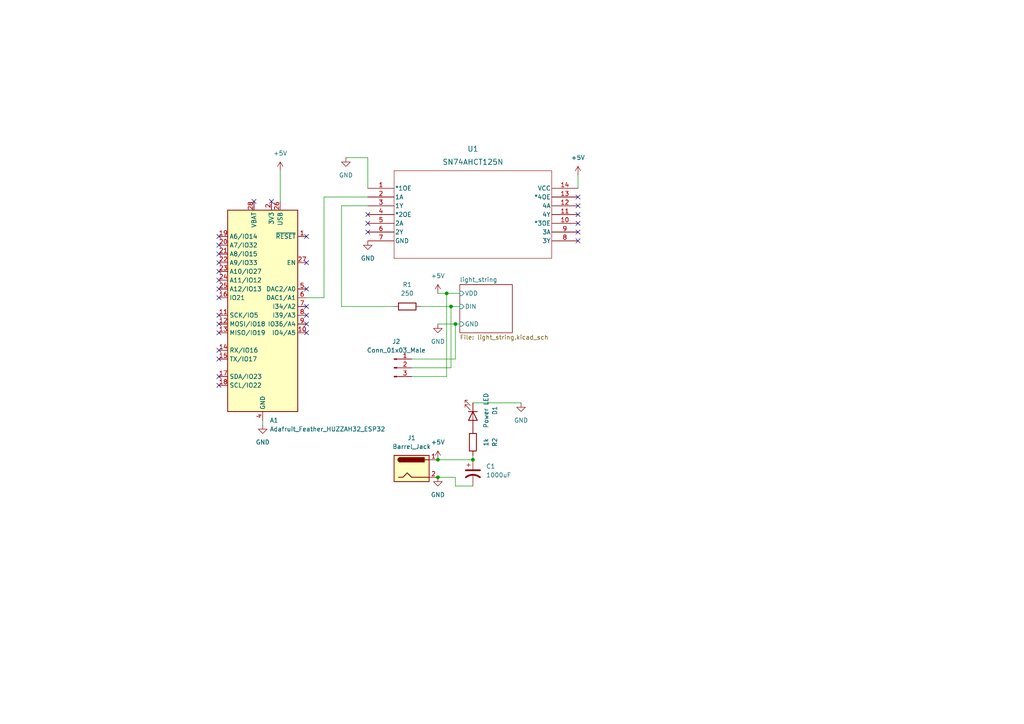
<source format=kicad_sch>
(kicad_sch (version 20211123) (generator eeschema)
  (paper "A4")
  (lib_symbols
    (symbol "74ahct125n:SN74AHCT125N" (pin_names (offset 0.254))
      (property "Reference" "U" (at 30.48 10.16 0))
      (property "Value" "SN74AHCT125N" (at 30.48 7.62 0))
      (symbol "SN74AHCT125N_0_1"
        (polyline (pts (xy 7.62 -20.32) (xy 53.34 -20.32)) (stroke (width 0.127)))
        (polyline (pts (xy 7.62 5.08) (xy 7.62 -20.32)) (stroke (width 0.127)))
        (polyline (pts (xy 53.34 -20.32) (xy 53.34 5.08)) (stroke (width 0.127)))
        (polyline (pts (xy 53.34 5.08) (xy 7.62 5.08)) (stroke (width 0.127)))
        (pin input line (at 0 0 0) (length 7.62) (name "*1OE") (number "1"))
        (pin input line (at 60.96 -10.16 180) (length 7.62) (name "*3OE") (number "10"))
        (pin unspecified line (at 60.96 -7.62 180) (length 7.62) (name "4Y") (number "11"))
        (pin input line (at 60.96 -5.08 180) (length 7.62) (name "4A") (number "12"))
        (pin input line (at 60.96 -2.54 180) (length 7.62) (name "*4OE") (number "13"))
        (pin power_in line (at 60.96 0 180) (length 7.62) (name "VCC") (number "14"))
        (pin input line (at 0 -2.54 0) (length 7.62) (name "1A") (number "2"))
        (pin unspecified line (at 0 -5.08 0) (length 7.62) (name "1Y") (number "3"))
        (pin input line (at 0 -7.62 0) (length 7.62) (name "*2OE") (number "4"))
        (pin input line (at 0 -10.16 0) (length 7.62) (name "2A") (number "5"))
        (pin unspecified line (at 0 -12.7 0) (length 7.62) (name "2Y") (number "6"))
        (pin power_in line (at 0 -15.24 0) (length 7.62) (name "GND") (number "7"))
        (pin unspecified line (at 60.96 -15.24 180) (length 7.62) (name "3Y") (number "8"))
        (pin input line (at 60.96 -12.7 180) (length 7.62) (name "3A") (number "9"))
      )
    )
    (symbol "Connector:Barrel_Jack" (pin_names (offset 1.016))
      (property "Reference" "J" (at 0 5.334 0))
      (property "Value" "Barrel_Jack" (at 0 -5.08 0))
      (symbol "Barrel_Jack_0_1"
        (rectangle (start -5.08 3.81) (end 5.08 -3.81) (stroke (width 0.254)) (fill (type background)))
        (arc (start -3.302 3.175) (mid -3.937 2.54) (end -3.302 1.905) (stroke (width 0.254)))
        (arc (start -3.302 3.175) (mid -3.937 2.54) (end -3.302 1.905) (stroke (width 0.254)) (fill (type outline)))
        (polyline (pts (xy 5.08 2.54) (xy 3.81 2.54)) (stroke (width 0.254)))
        (polyline (pts (xy -3.81 -2.54) (xy -2.54 -2.54) (xy -1.27 -1.27) (xy 0 -2.54) (xy 2.54 -2.54) (xy 5.08 -2.54)) (stroke (width 0.254)))
        (rectangle (start 3.683 3.175) (end -3.302 1.905) (stroke (width 0.254)) (fill (type outline)))
      )
      (symbol "Barrel_Jack_1_1"
        (pin passive line (at 7.62 2.54 180) (length 2.54) (name "~") (number "1"))
        (pin passive line (at 7.62 -2.54 180) (length 2.54) (name "~") (number "2"))
      )
    )
    (symbol "Connector:Conn_01x03_Male" (pin_names (offset 1.016) hide)
      (property "Reference" "J" (at 0 5.08 0))
      (property "Value" "Conn_01x03_Male" (at 0 -5.08 0))
      (symbol "Conn_01x03_Male_1_1"
        (polyline (pts (xy 1.27 -2.54) (xy 0.8636 -2.54)) (stroke (width 0.1524)))
        (polyline (pts (xy 1.27 0) (xy 0.8636 0)) (stroke (width 0.1524)))
        (polyline (pts (xy 1.27 2.54) (xy 0.8636 2.54)) (stroke (width 0.1524)))
        (rectangle (start 0.8636 -2.413) (end 0 -2.667) (stroke (width 0.1524)) (fill (type outline)))
        (rectangle (start 0.8636 0.127) (end 0 -0.127) (stroke (width 0.1524)) (fill (type outline)))
        (rectangle (start 0.8636 2.667) (end 0 2.413) (stroke (width 0.1524)) (fill (type outline)))
        (pin passive line (at 5.08 2.54 180) (length 3.81) (name "Pin_1") (number "1"))
        (pin passive line (at 5.08 0 180) (length 3.81) (name "Pin_2") (number "2"))
        (pin passive line (at 5.08 -2.54 180) (length 3.81) (name "Pin_3") (number "3"))
      )
    )
    (symbol "Device:C_Polarized_US" (pin_numbers hide) (pin_names (offset 0.254) hide)
      (property "Reference" "C" (at 0.635 2.54 0))
      (property "Value" "C_Polarized_US" (at 0.635 -2.54 0))
      (symbol "C_Polarized_US_0_1"
        (polyline (pts (xy -2.032 0.762) (xy 2.032 0.762)) (stroke (width 0.508)))
        (polyline (pts (xy -1.778 2.286) (xy -0.762 2.286)))
        (polyline (pts (xy -1.27 1.778) (xy -1.27 2.794)))
        (arc (start 2.032 -1.27) (mid 0 -0.5572) (end -2.032 -1.27) (stroke (width 0.508)))
      )
      (symbol "C_Polarized_US_1_1"
        (pin passive line (at 0 3.81 270) (length 2.794) (name "~") (number "1"))
        (pin passive line (at 0 -3.81 90) (length 3.302) (name "~") (number "2"))
      )
    )
    (symbol "Device:LED" (pin_numbers hide) (pin_names (offset 1.016) hide)
      (property "Reference" "D" (at 0 2.54 0))
      (property "Value" "LED" (at 0 -2.54 0))
      (symbol "LED_0_1"
        (polyline (pts (xy -1.27 -1.27) (xy -1.27 1.27)) (stroke (width 0.254)))
        (polyline (pts (xy -1.27 0) (xy 1.27 0)))
        (polyline (pts (xy 1.27 -1.27) (xy 1.27 1.27) (xy -1.27 0) (xy 1.27 -1.27)) (stroke (width 0.254)))
        (polyline (pts (xy -3.048 -0.762) (xy -4.572 -2.286) (xy -3.81 -2.286) (xy -4.572 -2.286) (xy -4.572 -1.524)))
        (polyline (pts (xy -1.778 -0.762) (xy -3.302 -2.286) (xy -2.54 -2.286) (xy -3.302 -2.286) (xy -3.302 -1.524)))
      )
      (symbol "LED_1_1"
        (pin passive line (at -3.81 0 0) (length 2.54) (name "K") (number "1"))
        (pin passive line (at 3.81 0 180) (length 2.54) (name "A") (number "2"))
      )
    )
    (symbol "Device:R" (pin_numbers hide) (pin_names (offset 0))
      (property "Reference" "R" (at 2.032 0 90))
      (property "Value" "R" (at 0 0 90))
      (symbol "R_0_1"
        (rectangle (start -1.016 -2.54) (end 1.016 2.54) (stroke (width 0.254)))
      )
      (symbol "R_1_1"
        (pin passive line (at 0 3.81 270) (length 1.27) (name "~") (number "1"))
        (pin passive line (at 0 -3.81 90) (length 1.27) (name "~") (number "2"))
      )
    )
    (symbol "MCU_Module:Adafruit_Feather_HUZZAH32_ESP32"
      (property "Reference" "A" (at -10.16 29.21 0))
      (property "Value" "Adafruit_Feather_HUZZAH32_ESP32" (at 2.54 -31.75 0))
      (symbol "Adafruit_Feather_HUZZAH32_ESP32_0_1"
        (rectangle (start -10.16 27.94) (end 10.16 -30.48) (stroke (width 0.254)) (fill (type background)))
      )
      (symbol "Adafruit_Feather_HUZZAH32_ESP32_1_1"
        (pin input line (at 12.7 20.32 180) (length 2.54) (name "~{RESET}") (number "1"))
        (pin bidirectional line (at 12.7 -7.62 180) (length 2.54) (name "IO4/A5") (number "10"))
        (pin bidirectional line (at -12.7 -2.54 0) (length 2.54) (name "SCK/IO5") (number "11"))
        (pin bidirectional line (at -12.7 -5.08 0) (length 2.54) (name "MOSI/IO18") (number "12"))
        (pin bidirectional line (at -12.7 -7.62 0) (length 2.54) (name "MISO/IO19") (number "13"))
        (pin bidirectional line (at -12.7 -12.7 0) (length 2.54) (name "RX/IO16") (number "14"))
        (pin bidirectional line (at -12.7 -15.24 0) (length 2.54) (name "TX/IO17") (number "15"))
        (pin bidirectional line (at -12.7 2.54 0) (length 2.54) (name "IO21") (number "16"))
        (pin bidirectional line (at -12.7 -20.32 0) (length 2.54) (name "SDA/IO23") (number "17"))
        (pin bidirectional line (at -12.7 -22.86 0) (length 2.54) (name "SCL/IO22") (number "18"))
        (pin bidirectional line (at -12.7 20.32 0) (length 2.54) (name "A6/IO14") (number "19"))
        (pin power_in line (at 2.54 30.48 270) (length 2.54) (name "3V3") (number "2"))
        (pin bidirectional line (at -12.7 17.78 0) (length 2.54) (name "A7/IO32") (number "20"))
        (pin bidirectional line (at -12.7 15.24 0) (length 2.54) (name "A8/IO15") (number "21"))
        (pin bidirectional line (at -12.7 12.7 0) (length 2.54) (name "A9/IO33") (number "22"))
        (pin bidirectional line (at -12.7 10.16 0) (length 2.54) (name "A10/IO27") (number "23"))
        (pin bidirectional line (at -12.7 7.62 0) (length 2.54) (name "A11/IO12") (number "24"))
        (pin bidirectional line (at -12.7 5.08 0) (length 2.54) (name "A12/IO13") (number "25"))
        (pin power_in line (at 5.08 30.48 270) (length 2.54) (name "USB") (number "26"))
        (pin input line (at 12.7 12.7 180) (length 2.54) (name "EN") (number "27"))
        (pin power_in line (at -2.54 30.48 270) (length 2.54) (name "VBAT") (number "28"))
        (pin no_connect line (at 10.16 10.16 180) (length 2.54) hide (name "NC") (number "3"))
        (pin power_in line (at 0 -33.02 90) (length 2.54) (name "GND") (number "4"))
        (pin bidirectional line (at 12.7 5.08 180) (length 2.54) (name "DAC2/A0") (number "5"))
        (pin bidirectional line (at 12.7 2.54 180) (length 2.54) (name "DAC1/A1") (number "6"))
        (pin bidirectional line (at 12.7 0 180) (length 2.54) (name "I34/A2") (number "7"))
        (pin bidirectional line (at 12.7 -2.54 180) (length 2.54) (name "I39/A3") (number "8"))
        (pin bidirectional line (at 12.7 -5.08 180) (length 2.54) (name "IO36/A4") (number "9"))
      )
    )
    (symbol "power:+5V" (power) (pin_names (offset 0))
      (property "Value" "+5V" (at 0 3.556 0))
      (symbol "+5V_0_1"
        (polyline (pts (xy -0.762 1.27) (xy 0 2.54)))
        (polyline (pts (xy 0 0) (xy 0 2.54)))
        (polyline (pts (xy 0 2.54) (xy 0.762 1.27)))
      )
      (symbol "+5V_1_1"
        (pin power_in line (at 0 0 90) (length 0) hide (name "+5V") (number "1"))
      )
    )
    (symbol "power:GND" (power) (pin_names (offset 0))
      (property "Value" "GND" (at 0 -3.81 0))
      (symbol "GND_0_1"
        (polyline (pts (xy 0 0) (xy 0 -1.27) (xy 1.27 -1.27) (xy 0 -2.54) (xy -1.27 -1.27) (xy 0 -1.27)))
      )
      (symbol "GND_1_1"
        (pin power_in line (at 0 0 270) (length 0) hide (name "GND") (number "1"))
      )
    )
  )
  (junction (at 127 133.35))
  (junction (at 127 138.43))
  (junction (at 132.08 93.98))
  (junction (at 137.16 133.35))
  (junction (at 129.54 85.09))
  (junction (at 130.81 88.9))
  (no_connect (at 73.66 58.42))
  (no_connect (at 88.9 68.58))
  (no_connect (at 88.9 83.82))
  (no_connect (at 88.9 76.2))
  (no_connect (at 63.5 73.66))
  (no_connect (at 63.5 76.2))
  (no_connect (at 88.9 96.52))
  (no_connect (at 167.64 64.77))
  (no_connect (at 88.9 88.9))
  (no_connect (at 63.5 96.52))
  (no_connect (at 106.68 62.23))
  (no_connect (at 63.5 104.14))
  (no_connect (at 167.64 59.69))
  (no_connect (at 167.64 69.85))
  (no_connect (at 106.68 67.31))
  (no_connect (at 88.9 91.44))
  (no_connect (at 63.5 91.44))
  (no_connect (at 78.74 58.42))
  (no_connect (at 63.5 78.74))
  (no_connect (at 63.5 111.76))
  (no_connect (at 63.5 83.82))
  (no_connect (at 63.5 71.12))
  (no_connect (at 167.64 57.15))
  (no_connect (at 63.5 109.22))
  (no_connect (at 63.5 81.28))
  (no_connect (at 63.5 68.58))
  (no_connect (at 167.64 62.23))
  (no_connect (at 106.68 64.77))
  (no_connect (at 63.5 101.6))
  (no_connect (at 167.64 67.31))
  (no_connect (at 63.5 93.98))
  (no_connect (at 63.5 86.36))
  (no_connect (at 88.9 93.98))
  (wire (pts (xy 76.2 121.92) (xy 76.2 123.19)))
  (wire (pts (xy 121.92 88.9) (xy 130.81 88.9)))
  (wire (pts (xy 100.33 45.72) (xy 106.68 45.72)))
  (wire (pts (xy 132.08 93.98) (xy 133.35 93.98)))
  (wire (pts (xy 132.08 138.43) (xy 127 138.43)))
  (wire (pts (xy 81.28 49.53) (xy 81.28 58.42)))
  (wire (pts (xy 132.08 104.14) (xy 132.08 93.98)))
  (wire (pts (xy 127 93.98) (xy 132.08 93.98)))
  (wire (pts (xy 99.06 88.9) (xy 114.3 88.9)))
  (wire (pts (xy 93.98 86.36) (xy 93.98 57.15)))
  (wire (pts (xy 88.9 86.36) (xy 93.98 86.36)))
  (wire (pts (xy 106.68 45.72) (xy 106.68 54.61)))
  (wire (pts (xy 99.06 59.69) (xy 99.06 88.9)))
  (wire (pts (xy 130.81 88.9) (xy 133.35 88.9)))
  (wire (pts (xy 130.81 106.68) (xy 130.81 88.9)))
  (wire (pts (xy 137.16 133.35) (xy 137.16 132.08)))
  (wire (pts (xy 129.54 85.09) (xy 133.35 85.09)))
  (wire (pts (xy 167.64 50.8) (xy 167.64 54.61)))
  (wire (pts (xy 132.08 140.97) (xy 132.08 138.43)))
  (wire (pts (xy 127 133.35) (xy 137.16 133.35)))
  (wire (pts (xy 93.98 57.15) (xy 106.68 57.15)))
  (wire (pts (xy 119.38 104.14) (xy 132.08 104.14)))
  (wire (pts (xy 106.68 59.69) (xy 99.06 59.69)))
  (wire (pts (xy 127 85.09) (xy 129.54 85.09)))
  (wire (pts (xy 119.38 106.68) (xy 130.81 106.68)))
  (wire (pts (xy 137.16 116.84) (xy 151.13 116.84)))
  (wire (pts (xy 129.54 109.22) (xy 119.38 109.22)))
  (wire (pts (xy 137.16 140.97) (xy 132.08 140.97)))
  (wire (pts (xy 129.54 85.09) (xy 129.54 109.22)))
  (symbol (lib_id "Connector:Barrel_Jack") (at 119.38 135.89 0) (unit 1)
    (property "Reference" "J1" (at 119.38 127 0))
    (property "Value" "Barrel_Jack" (at 119.38 129.54 0))
    (property "Footprint" "Connector_BarrelJack:BarrelJack_Horizontal" (effects hide))
  )
  (symbol (lib_id "74ahct125n:SN74AHCT125N") (at 106.68 54.61 0) (unit 1)
    (property "Reference" "U1" (at 137.16 43.18 0) (effects (font (size 1.524 1.524))))
    (property "Value" "SN74AHCT125N" (at 137.16 46.99 0) (effects (font (size 1.524 1.524))))
    (property "Footprint" "Package_DIP:DIP-14_W7.62mm" (effects hide))
    (property "Datasheet" "SN74AHCT125N" (effects hide))
  )
  (symbol (lib_id "power:+5V") (at 81.28 49.53 0) (unit 1)
    (property "Reference" "#PWR02" (effects hide))
    (property "Value" "+5V" (at 81.28 44.45 0))
  )
  (symbol (lib_id "power:+5V") (at 127 133.35 0) (unit 1)
    (property "Reference" "#PWR07" (effects hide))
    (property "Value" "+5V" (at 127 128.27 0))
  )
  (symbol (lib_id "power:GND") (at 100.33 45.72 0) (unit 1)
    (property "Reference" "#PWR03" (effects hide))
    (property "Value" "GND" (at 100.33 50.8 0))
  )
  (symbol (lib_id "Device:C_Polarized_US") (at 137.16 137.16 0) (unit 1)
    (property "Reference" "C1" (at 140.97 135.2549 0) (effects (justify left)))
    (property "Value" "1000uF" (at 140.97 137.7949 0) (effects (justify left)))
    (property "Footprint" "Capacitor_THT:CP_Radial_D10.0mm_P5.00mm" (effects hide))
  )
  (symbol (lib_id "power:GND") (at 151.13 116.84 0) (unit 1)
    (property "Reference" "#PWR09" (effects hide))
    (property "Value" "GND" (at 151.13 121.92 0))
  )
  (symbol (lib_id "Device:R") (at 118.11 88.9 90) (unit 1)
    (property "Reference" "R1" (at 118.11 82.55 90))
    (property "Value" "250" (at 118.11 85.09 90))
    (property "Footprint" "Resistor_THT:R_Axial_DIN0204_L3.6mm_D1.6mm_P7.62mm_Horizontal" (effects hide))
  )
  (symbol (lib_id "Connector:Conn_01x03_Male") (at 114.3 106.68 0) (unit 1)
    (property "Reference" "J2" (at 114.935 99.06 0))
    (property "Value" "Conn_01x03_Male" (at 114.935 101.6 0))
    (property "Footprint" "Connector_Molex:Molex_KK-254_AE-6410-03A_1x03_P2.54mm_Vertical" (effects hide))
  )
  (symbol (lib_id "power:+5V") (at 167.64 50.8 0) (unit 1)
    (property "Reference" "#PWR010" (effects hide))
    (property "Value" "+5V" (at 167.64 45.72 0))
  )
  (symbol (lib_id "MCU_Module:Adafruit_Feather_HUZZAH32_ESP32") (at 76.2 88.9 0) (unit 1)
    (property "Reference" "A1" (at 78.2194 121.92 0) (effects (justify left)))
    (property "Value" "Adafruit_Feather_HUZZAH32_ESP32" (at 78.2194 124.46 0) (effects (justify left)))
    (property "Footprint" "Module:Adafruit_Feather" (effects hide))
    (property "Datasheet" "https://cdn-learn.adafruit.com/downloads/pdf/adafruit-huzzah32-esp32-feather.pdf" (effects hide))
  )
  (symbol (lib_id "Device:R") (at 137.16 128.27 0) (unit 1)
    (property "Reference" "R2" (at 143.51 128.27 90))
    (property "Value" "1k" (at 140.97 128.27 90))
    (property "Footprint" "Resistor_THT:R_Axial_DIN0204_L3.6mm_D1.6mm_P7.62mm_Horizontal" (effects hide))
  )
  (symbol (lib_id "power:GND") (at 127 93.98 0) (unit 1)
    (property "Reference" "#PWR06" (effects hide))
    (property "Value" "GND" (at 127 99.06 0))
  )
  (symbol (lib_id "power:GND") (at 106.68 69.85 0) (unit 1)
    (property "Reference" "#PWR04" (effects hide))
    (property "Value" "GND" (at 106.68 74.93 0))
  )
  (symbol (lib_id "Device:LED") (at 137.16 120.65 270) (unit 1)
    (property "Reference" "D1" (at 143.51 119.0625 0))
    (property "Value" "Power LED" (at 140.97 119.0625 0))
    (property "Footprint" "LED_THT:LED_D5.0mm" (effects hide))
  )
  (symbol (lib_id "power:GND") (at 76.2 123.19 0) (unit 1)
    (property "Reference" "#PWR01" (effects hide))
    (property "Value" "GND" (at 76.2 128.27 0))
  )
  (symbol (lib_id "power:GND") (at 127 138.43 0) (unit 1)
    (property "Reference" "#PWR08" (effects hide))
    (property "Value" "GND" (at 127 143.51 0))
  )
  (symbol (lib_id "power:+5V") (at 127 85.09 0) (unit 1)
    (property "Reference" "#PWR05" (effects hide))
    (property "Value" "+5V" (at 127 80.01 0))
  )
  (sheet (at 133.35 82.55) (size 15.24 13.97) (stroke (width 0.1524))
    (property "Sheet name" "light_string" (at 133.35 81.8384 0) (effects (justify left bottom)))
    (property "Sheet file" "light_string.kicad_sch" (at 133.35 97.1046 0) (effects (justify left top)))
    (pin "GND" input (at 133.35 93.98 180))
    (pin "VDD" input (at 133.35 85.09 180))
    (pin "DIN" input (at 133.35 88.9 180))
  )
)
</source>
